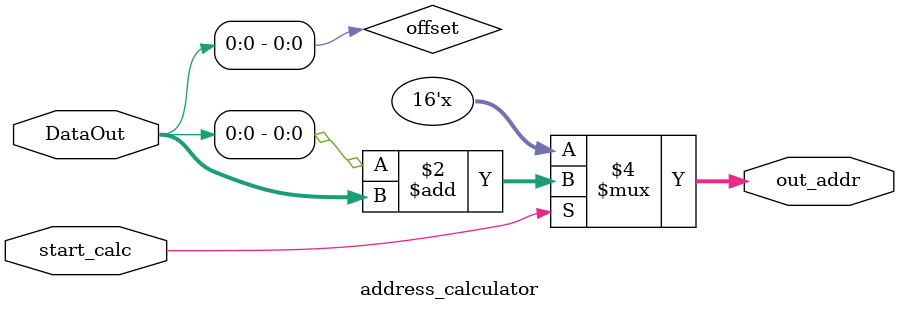
<source format=v>
module cpu (clk1,clk2,rst);
  input clk1,clk2,rst;
  
  
  wire [15:0]DataOut,DataIn;
  reg  Addr;
  reg RD, WR,next_RD,next_WR,addr_sel,start_calc,SwrEn,VwrEn;
  reg [15:0]PC,next_PC;
  wire [6:0]ctrl_path; // {fpu,ld,sst,vst,sll_slh,jmp,nop}
  wire vld_done,Sdone,Vdone,fpu_done,Memdone,vst_done,inst_done;
  wire [15:0] MemAddr,addr_out,SreadB,Swrdata,Vwrdata,Sa,Sb,Sout,sll_slh_out;
  wire [255:0] VreadA,Va,Vb,Vout,DataBuff;
  wire VADD,VDOT,SMUL,SST,VLD,VST,SLL,SLH,J,NOP;
  reg [3:0]state,next_state;
  
  
  parameter S0  = 4'b0000;// reset
  parameter S1  = 4'b0001;// IF
  parameter S2  = 4'b0010;// Decode
  parameter S3  = 4'b0011;// 
  parameter S4  = 4'b0100;
  parameter S5  = 4'b0101;
  parameter S6  = 4'b0110;
  parameter S7  = 4'b0111;
  parameter S8  = 4'b1000;
  parameter S9  = 4'b1001;
  parameter S10 = 4'b1010;
  
  
  
  staticram sram(DataOut, MemAddr, DataIn, clk1, clk2, RD, WR);
  PC pc(clk2,next_PC,rst,inst_done,PC,J,DataOut);
  //decoder dec(DataOut[15:12],ctrl_path, SreadB, VreadA);
  decoder dec(DataOut[15:12], ctrl_path, SreadB, VreadA,VADD,VDOT,SMUL,SST,VLD,VST,SLL,SLH,J,NOP);
  address_calculator calc(DataOut,addr_out,start_calc);
  ScalarRegFile s_reg(DataOut[11:9],SreadB,clk2,Swrdata,DataOut[11:9],SwrEn,Sa,Sb,Sdone);
  VectorRegFile v_reg(VreadA,DataOut[5:3],clk2,Vwrdata,DataOut[11:9],VwrEn,Va,Vb,Vdone);
  fpu fpu1(Sa,Sb,Va,Vb,Vout,Sout, fpu_done);
  sll_slh sll0(DataOut[7:0],DataOut[11:9],sll_slh_out);
  
  assign Swrdata =  (VDOT) ? Sout: sll_slh_out;
                    
  assign Vwrdata = (VADD|SMUL) ? Vout : DataBuff; // VADD/SMUL/VLD// check after instantiation
  
  assign inst_done = (Sdone|Vdone|Memdone);
  
  
  assign DataOut=(addr_sel==0)? PC: addr_out;  // addr_sel = 0 for PC, addr_sel =1 for addr_out
 
  
  always@(posedge clk1)
  begin
    if(rst)
      begin
        state<=S0;
      end
    else
      begin
        state<=next_state;
        
      end
  end
  
  
  

  
  always@(*)
  begin
    case(state)
      S0:  begin
              next_state=S1;  
           end 
      S1:  begin
              next_state=S2;  
           end 
      S2:  begin
            case(ctrl_path) // {fpu,ld,sst,vst,sll_slh,jmp,nop}
              7'b100_0000: next_state=S3; // fpu operation
              7'b010_0000: next_state=S4; // address calculation for ld 
              7'b001_0000: next_state=S4; // address calculation for scalar store
              7'b000_1000: next_state=S4; // address calculation for vector store
              7'b000_0100: next_state=S5; // sll slh
              7'b000_0010: next_state=S0; // jmp
              7'b000_0001: next_state=S0; // one cycle for nop
              default: next_state=S0;
            endcase
           end 
      S3:  begin
            if(fpu_done) next_state=S6;
            else next_state=S3; 
           end
      S5:  begin
               next_state=S6;    
           end
      S4:  begin
            if(ctrl_path[5]) // vld
                next_state=S7; 
           else if (ctrl_path[4]) //sst
                next_state=S8;  
           else if (ctrl_path[3]) //vst
                next_state=S10;  
           else next_state=S4; 
           end
      S6:  begin
              next_state=S0;    
           end
      S7:  begin
            if(vld_done)
              next_state=S6; 
            else   
              next_state=S7;
           end
      S8:  begin
           next_state=S0;    
           end
      S10:  begin     // no S9
            if(vst_done)
              next_state=S0; 
            else   
              next_state=S10;
            end
            
      default:  begin
                next_state=S0;    
                end
      
    endcase
  end // end always
  
  // Memory control assert
  always@(posedge clk2)
  begin
    if(rst)
      begin
        RD<=1'b0;
        WR<=1'b0;
      end
    else
      begin
        RD<=next_RD;
        WR<=next_WR;
        
      end
  end
  
  // Memory control
    always@(state)
    begin
    next_RD=1'b0;
    next_WR=1'b0;
        
      case(state)
        
        
      S0:  begin
            next_RD=1'b0;
            next_WR=1'b0;
           end
      S1:  begin
            next_RD=1'b1;
            next_WR=1'b0;
           end
      S8:  begin
            next_RD=1'b0;
            next_WR=1'b1;
           end
      S7:  begin
            next_RD=1'b1;
            next_WR=1'b0;
           end
      S10:  begin
            next_RD=1'b0;
            next_WR=1'b1;
           end
      
    endcase 
    end // end always
    
  always@(state)
  begin
    addr_sel=1'b0;
    start_calc=1'b0;
    VwrEn=1'b0;
    SwrEn=1'b0;
    
    
    case(state)
      S4: begin addr_sel=1'b1; start_calc=1'b1; end
        
      S6: begin
            SwrEn = (VDOT|SLH|SLL)? 1'b1: 1'b0;
            VwrEn = (VADD|SMUL|VLD)? 1'b1: 1'b0;
          end
        
    endcase
    end // end always
      
  
endmodule

module address_calculator(DataOut,out_addr,start_calc);
  input start_calc;
  input [15:0] DataOut;
  output reg [15:0] out_addr;
  assign offset={{10{DataOut[5]}},DataOut[5:0]};
  always@(*)
  begin
  if(start_calc)
    out_addr = offset+DataOut;
  else
    out_addr=out_addr;
  end // end always
endmodule



</source>
